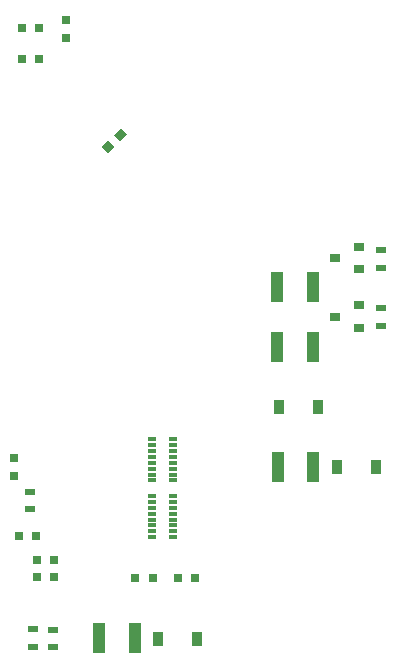
<source format=gbp>
G04 #@! TF.FileFunction,Paste,Bot*
%FSLAX46Y46*%
G04 Gerber Fmt 4.6, Leading zero omitted, Abs format (unit mm)*
G04 Created by KiCad (PCBNEW 4.0.5+dfsg1-4) date Sat Dec 30 21:31:49 2017*
%MOMM*%
%LPD*%
G01*
G04 APERTURE LIST*
%ADD10C,0.100000*%
%ADD11R,0.750000X0.800000*%
%ADD12R,0.800000X0.750000*%
%ADD13R,0.900000X1.200000*%
%ADD14R,1.000000X2.500000*%
%ADD15R,0.900000X0.800000*%
%ADD16R,0.900000X0.500000*%
%ADD17R,0.800000X0.300000*%
G04 APERTURE END LIST*
D10*
D11*
X138684000Y-106795000D03*
X138684000Y-105295000D03*
D12*
X140601000Y-115316000D03*
X142101000Y-115316000D03*
X142101000Y-113919000D03*
X140601000Y-113919000D03*
X139077000Y-111887000D03*
X140577000Y-111887000D03*
D10*
G36*
X146658018Y-78363652D02*
X147188348Y-78893982D01*
X146622662Y-79459668D01*
X146092332Y-78929338D01*
X146658018Y-78363652D01*
X146658018Y-78363652D01*
G37*
G36*
X147718678Y-77302992D02*
X148249008Y-77833322D01*
X147683322Y-78399008D01*
X147152992Y-77868678D01*
X147718678Y-77302992D01*
X147718678Y-77302992D01*
G37*
D12*
X152551000Y-115443000D03*
X154051000Y-115443000D03*
X150471000Y-115443000D03*
X148971000Y-115443000D03*
D11*
X143129000Y-68211000D03*
X143129000Y-69711000D03*
D12*
X139343000Y-68834000D03*
X140843000Y-68834000D03*
X139331000Y-71501000D03*
X140831000Y-71501000D03*
D13*
X169352500Y-106045000D03*
X166052500Y-106045000D03*
X154176000Y-120586500D03*
X150876000Y-120586500D03*
X164400500Y-100965000D03*
X161100500Y-100965000D03*
D14*
X164036000Y-106045000D03*
X161036000Y-106045000D03*
X148923000Y-120523000D03*
X145923000Y-120523000D03*
X160996500Y-95885000D03*
X163996500Y-95885000D03*
X160996500Y-90805000D03*
X163996500Y-90805000D03*
D15*
X167894000Y-92329000D03*
X167894000Y-94229000D03*
X165894000Y-93279000D03*
X167894000Y-87381000D03*
X167894000Y-89281000D03*
X165894000Y-88331000D03*
D16*
X140081000Y-108101000D03*
X140081000Y-109601000D03*
X140335000Y-121273000D03*
X140335000Y-119773000D03*
X141986000Y-121285000D03*
X141986000Y-119785000D03*
D17*
X152146000Y-108466000D03*
X150346000Y-108466000D03*
X152146000Y-111966000D03*
X150346000Y-111966000D03*
X152146000Y-108966000D03*
X152146000Y-109466000D03*
X152146000Y-109966000D03*
X152146000Y-110466000D03*
X152146000Y-110966000D03*
X152146000Y-111466000D03*
X150346000Y-108966000D03*
X150346000Y-109466000D03*
X150346000Y-109966000D03*
X150346000Y-110966000D03*
X150346000Y-110466000D03*
X150346000Y-111466000D03*
X152146000Y-103660000D03*
X150346000Y-103660000D03*
X152146000Y-107160000D03*
X150346000Y-107160000D03*
X152146000Y-104160000D03*
X152146000Y-104660000D03*
X152146000Y-105160000D03*
X152146000Y-105660000D03*
X152146000Y-106160000D03*
X152146000Y-106660000D03*
X150346000Y-104160000D03*
X150346000Y-104660000D03*
X150346000Y-105160000D03*
X150346000Y-106160000D03*
X150346000Y-105660000D03*
X150346000Y-106660000D03*
D16*
X169799000Y-92595000D03*
X169799000Y-94095000D03*
X169799000Y-87642000D03*
X169799000Y-89142000D03*
M02*

</source>
